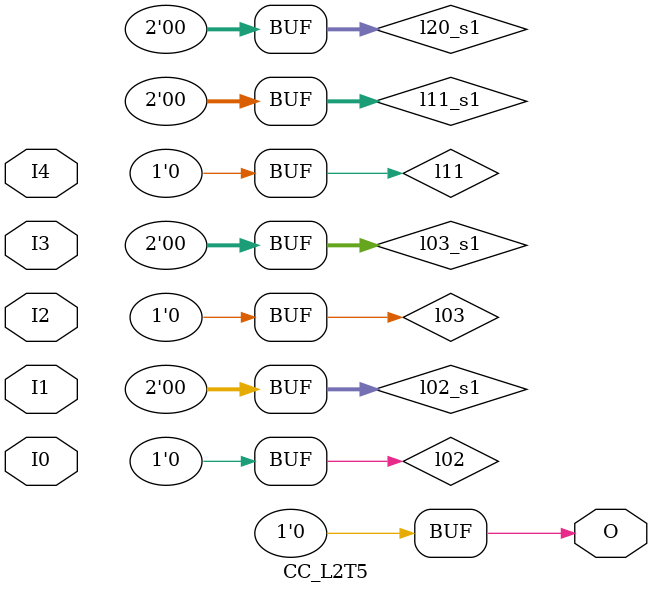
<source format=v>
/*
 *  yosys -- Yosys Open SYnthesis Suite
 *
 *  Copyright (C) 2021  Cologne Chip AG <support@colognechip.com>
 *
 *  Permission to use, copy, modify, and/or distribute this software for any
 *  purpose with or without fee is hereby granted, provided that the above
 *  copyright notice and this permission notice appear in all copies.
 *
 *  THE SOFTWARE IS PROVIDED "AS IS" AND THE AUTHOR DISCLAIMS ALL WARRANTIES
 *  WITH REGARD TO THIS SOFTWARE INCLUDING ALL IMPLIED WARRANTIES OF
 *  MERCHANTABILITY AND FITNESS. IN NO EVENT SHALL THE AUTHOR BE LIABLE FOR
 *  ANY SPECIAL, DIRECT, INDIRECT, OR CONSEQUENTIAL DAMAGES OR ANY DAMAGES
 *  WHATSOEVER RESULTING FROM LOSS OF USE, DATA OR PROFITS, WHETHER IN AN
 *  ACTION OF CONTRACT, NEGLIGENCE OR OTHER TORTIOUS ACTION, ARISING OUT OF
 *  OR IN CONNECTION WITH THE USE OR PERFORMANCE OF THIS SOFTWARE.
 *
 */

`timescale 1ps/1ps

module CC_IBUF #(
	parameter PIN_NAME = "UNPLACED",
	parameter V_IO = "UNDEFINED",
	parameter [0:0] PULLUP = 1'bx,
	parameter [0:0] PULLDOWN = 1'bx,
	parameter [0:0] KEEPER = 1'bx,
	parameter [0:0] SCHMITT_TRIGGER = 1'bx,
	// IOSEL
	parameter [3:0] DELAY_IBF = 1'bx,
	parameter [0:0] FF_IBF = 1'bx
)(
	(* iopad_external_pin *)
	input  I,
	output Y
);
	assign Y = I;

endmodule


module CC_OBUF #(
	parameter PIN_NAME = "UNPLACED",
	parameter V_IO = "UNDEFINED",
	parameter DRIVE = "UNDEFINED",
	parameter SLEW = "UNDEFINED",
	// IOSEL
	parameter [3:0] DELAY_OBF = 1'bx,
	parameter [0:0] FF_OBF = 1'bx
)(
	input  A,
	(* iopad_external_pin *)
	output O
);
	assign O = A;

endmodule


module CC_TOBUF #(
	parameter PIN_NAME = "UNPLACED",
	parameter V_IO = "UNDEFINED",
	parameter DRIVE = "UNDEFINED",
	parameter SLEW = "UNDEFINED",
	parameter [0:0] PULLUP = 1'bx,
	parameter [0:0] PULLDOWN = 1'bx,
	parameter [0:0] KEEPER = 1'bx,
	// IOSEL
	parameter [3:0] DELAY_OBF = 1'bx,
	parameter [0:0] FF_OBF = 1'bx
)(
	input  A, T,
	(* iopad_external_pin *)
	output O
);
	assign O = T ? 1'bz : A;

endmodule


module CC_IOBUF #(
	parameter PIN_NAME = "UNPLACED",
	parameter V_IO = "UNDEFINED",
	parameter DRIVE = "UNDEFINED",
	parameter SLEW = "UNDEFINED",
	parameter [0:0] PULLUP = 1'bx,
	parameter [0:0] PULLDOWN = 1'bx,
	parameter [0:0] KEEPER = 1'bx,
	parameter [0:0] SCHMITT_TRIGGER = 1'bx,
	// IOSEL
	parameter [3:0] DELAY_IBF = 1'bx,
	parameter [3:0] DELAY_OBF = 1'bx,
	parameter [0:0] FF_IBF = 1'bx,
	parameter [0:0] FF_OBF = 1'bx
)(
	input  A, T,
	output Y,
	(* iopad_external_pin *)
	inout  IO
);
	assign IO = T ? 1'bz : A;
	assign Y = IO;

endmodule


module CC_LVDS_IBUF #(
	parameter PIN_NAME_P = "UNPLACED",
	parameter PIN_NAME_N = "UNPLACED",
	parameter V_IO = "UNDEFINED",
	parameter [0:0] LVDS_RTERM = 1'bx,
	// IOSEL
	parameter [3:0] DELAY_IBF = 1'bx,
	parameter [0:0] FF_IBF = 1'bx
)(
	(* iopad_external_pin *)
	input  I_P, I_N,
	output Y
);
	assign Y = I_P;

endmodule


module CC_LVDS_OBUF #(
	parameter PIN_NAME_P = "UNPLACED",
	parameter PIN_NAME_N = "UNPLACED",
	parameter V_IO = "UNDEFINED",
	parameter [0:0] LVDS_BOOST = 1'bx,
	// IOSEL
	parameter [3:0] DELAY_OBF = 1'bx,
	parameter [0:0] FF_OBF = 1'bx
)(
	input  A,
	(* iopad_external_pin *)
	output O_P, O_N
);
	assign O_P = A;
	assign O_N = ~A;

endmodule


module CC_LVDS_TOBUF #(
	parameter PIN_NAME_P = "UNPLACED",
	parameter PIN_NAME_N = "UNPLACED",
	parameter V_IO = "UNDEFINED",
	parameter [0:0] LVDS_BOOST = 1'bx,
	// IOSEL
	parameter [3:0] DELAY_OBF = 1'bx,
	parameter [0:0] FF_OBF = 1'bx
)(
	input  A, T,
	(* iopad_external_pin *)
	output O_P, O_N
);
	assign O_P = T ? 1'bz :  A;
	assign O_N = T ? 1'bz : ~A;

endmodule


module CC_LVDS_IOBUF #(
	parameter PIN_NAME_P = "UNPLACED",
	parameter PIN_NAME_N = "UNPLACED",
	parameter V_IO = "UNDEFINED",
	parameter [0:0] LVDS_RTERM = 1'bx,
	parameter [0:0] LVDS_BOOST = 1'bx,
	// IOSEL
	parameter [3:0] DELAY_IBF = 1'bx,
	parameter [3:0] DELAY_OBF = 1'bx,
	parameter [0:0] FF_IBF = 1'bx,
	parameter [0:0] FF_OBF = 1'bx
)(
	input  A, T,
	(* iopad_external_pin *)
	inout  IO_P, IO_N,
	output Y
);
	assign IO_P = T ? 1'bz :  A;
	assign IO_N = T ? 1'bz : ~A;
	assign Y = IO_P;

endmodule


module CC_IDDR #(
	parameter [0:0] CLK_INV = 1'b0
)(
	input D,
	(* clkbuf_sink *)
	input CLK,
	output reg Q0, Q1
);
	wire clk;
	assign clk = (CLK_INV) ? ~CLK : CLK;

	always @(posedge clk)
	begin
		Q0 <= D;
	end

	always @(negedge clk)
	begin
		Q1 <= D;
	end

endmodule


module CC_ODDR #(
	parameter [0:0] CLK_INV = 1'b0
)(
	input D0,
	input D1,
	(* clkbuf_sink *)
	input CLK,
	(* clkbuf_sink *)
	input DDR,
	output Q
);
	wire clk;
	assign clk = (CLK_INV) ? ~CLK : CLK;

	reg q0, q1;
	assign Q = (DDR) ? q0 : q1;

	always @(posedge clk)
	begin
		q0 <= D0;
	end

	always @(negedge clk)
	begin
		q1 <= D1;
	end

endmodule


module CC_DFF #(
	parameter [0:0] CLK_INV = 1'b0,
	parameter [0:0] EN_INV  = 1'b0,
	parameter [0:0] SR_INV  = 1'b0,
	parameter [0:0] SR_VAL  = 1'b0
)(
	input D,
	(* clkbuf_sink *)
	input CLK,
	input EN,
	input SR,
	output reg Q
);
	wire clk, en, sr;
	assign clk = (CLK_INV) ? ~CLK : CLK;
	assign en  = (EN_INV)  ?  ~EN :  EN;
	assign sr  = (SR_INV)  ?  ~SR :  SR;

	initial Q = 1'bX;

	always @(posedge clk or posedge sr)
	begin
		if (sr) begin
			Q <= SR_VAL;
		end
		else if (en) begin
			Q <= D;
		end
	end

endmodule


module CC_DLT #(
	parameter [0:0] G_INV = 1'b0,
	parameter [0:0] SR_INV = 1'b0,
	parameter [0:0] SR_VAL = 1'b0
)(
	input D,
	input G,
	input SR,
	output reg Q
);
	wire en, sr;
	assign en  = (G_INV) ? ~G : G;
	assign sr  = (SR_INV) ? ~SR : SR;

	initial Q = 1'bX;

	always @(*)
	begin
		if (sr) begin
			Q <= SR_VAL;
		end
		else if (en) begin
			Q <= D;
		end
	end

endmodule


module CC_LUT1 (
	output O,
	input  I0
);
	parameter [1:0] INIT = 0;

	assign O = I0 ? INIT[1] : INIT[0];

endmodule


module CC_LUT2 (
	output O,
	input  I0, I1
);
	parameter [3:0] INIT = 0;

	wire [1:0] s1 = I1 ? INIT[3:2] : INIT[1:0];
	assign O = I0 ? s1[1] : s1[0];

endmodule


module CC_LUT3 (
	output O,
	input  I0, I1, I2
);
	parameter [7:0] INIT = 0;

	wire [3:0] s2 = I2 ? INIT[7:4] : INIT[3:0];
	wire [1:0] s1 = I1 ? s2[3:2] : s2[1:0];
	assign O = I0 ? s1[1] : s1[0];

endmodule


module CC_LUT4 (
	output O,
	input  I0, I1, I2, I3
);
	parameter [15:0] INIT = 0;

	wire [7:0] s3 = I3 ? INIT[15:8] : INIT[7:0];
	wire [3:0] s2 = I2 ? s3[7:4] : s3[3:0];
	wire [1:0] s1 = I1 ? s2[3:2] : s2[1:0];
	assign O = I0 ? s1[1] : s1[0];

endmodule


module CC_MX2 (
	input  D0, D1,
	input  S0,
	output Y
);
	assign Y = S0 ? D1 : D0;

endmodule


module CC_MX4 (
	input  D0, D1, D2, D3,
	input  S0, S1,
	output Y
);
	assign Y = S1 ? (S0 ? D3 : D2) :
					(S0 ? D1 : D0);

endmodule


module CC_MX8 (
	input  D0, D1, D2, D3,
	input  D4, D5, D6, D7,
	input  S0, S1, S2,
	output Y
);
	assign Y = S2 ? (S1 ? (S0 ? D7 : D6) :
						  (S0 ? D5 : D4)) :
					(S1 ? (S0 ? D3 : D2) :
						  (S0 ? D1 : D0));

endmodule


module CC_ADDF (
	input  A, B, CI,
	output CO, S
);
	assign {CO, S} = A + B + CI;

endmodule


module CC_MULT #(
	parameter A_WIDTH = 0,
	parameter B_WIDTH = 0,
	parameter P_WIDTH = 0
)(
	input signed [A_WIDTH-1:0] A,
	input signed [B_WIDTH-1:0] B,
	output reg signed [P_WIDTH-1:0] P
);
	always @(*)
	begin
		P <= A * B;
	end
endmodule


module CC_BUFG (
	input  I,
	(* clkbuf_driver *)
	output O
);
	assign O = I;

endmodule


module CC_BRAM_20K (
	output [19:0] A_DO,
	output [19:0] B_DO,
	output ECC_1B_ERR,
	output ECC_2B_ERR,
	(* clkbuf_sink *)
	input A_CLK,
	(* clkbuf_sink *)
	input B_CLK,
	input A_EN,
	input B_EN,
	input A_WE,
	input B_WE,
	input [15:0] A_ADDR,
	input [15:0] B_ADDR,
	input [19:0] A_DI,
	input [19:0] B_DI,
	input [19:0] A_BM,
	input [19:0] B_BM
);
	// Location format: D(0..N-1)(0..N-1)X(0..3)Y(0..7)Z(0..1) or UNPLACED
	parameter LOC = "UNPLACED";

	// Port Widths
	parameter A_RD_WIDTH = 0;
	parameter B_RD_WIDTH = 0;
	parameter A_WR_WIDTH = 0;
	parameter B_WR_WIDTH = 0;

	// RAM and Write Modes
	parameter RAM_MODE = "SDP";
	parameter A_WR_MODE = "NO_CHANGE";
	parameter B_WR_MODE = "NO_CHANGE";

	// Inverting Control Pins
	parameter A_CLK_INV = 1'b0;
	parameter B_CLK_INV = 1'b0;
	parameter A_EN_INV = 1'b0;
	parameter B_EN_INV = 1'b0;
	parameter A_WE_INV = 1'b0;
	parameter B_WE_INV = 1'b0;

	// Output Register
	parameter A_DO_REG = 1'b0;
	parameter B_DO_REG = 1'b0;

	// Error Checking and Correction
	parameter ECC_EN = 1'b0;

	// RAM Contents
	parameter INIT_00 = 320'h00000000000000000000000000000000000000000000000000000000000000000000000000000000;
	parameter INIT_01 = 320'h00000000000000000000000000000000000000000000000000000000000000000000000000000000;
	parameter INIT_02 = 320'h00000000000000000000000000000000000000000000000000000000000000000000000000000000;
	parameter INIT_03 = 320'h00000000000000000000000000000000000000000000000000000000000000000000000000000000;
	parameter INIT_04 = 320'h00000000000000000000000000000000000000000000000000000000000000000000000000000000;
	parameter INIT_05 = 320'h00000000000000000000000000000000000000000000000000000000000000000000000000000000;
	parameter INIT_06 = 320'h00000000000000000000000000000000000000000000000000000000000000000000000000000000;
	parameter INIT_07 = 320'h00000000000000000000000000000000000000000000000000000000000000000000000000000000;
	parameter INIT_08 = 320'h00000000000000000000000000000000000000000000000000000000000000000000000000000000;
	parameter INIT_09 = 320'h00000000000000000000000000000000000000000000000000000000000000000000000000000000;
	parameter INIT_0A = 320'h00000000000000000000000000000000000000000000000000000000000000000000000000000000;
	parameter INIT_0B = 320'h00000000000000000000000000000000000000000000000000000000000000000000000000000000;
	parameter INIT_0C = 320'h00000000000000000000000000000000000000000000000000000000000000000000000000000000;
	parameter INIT_0D = 320'h00000000000000000000000000000000000000000000000000000000000000000000000000000000;
	parameter INIT_0E = 320'h00000000000000000000000000000000000000000000000000000000000000000000000000000000;
	parameter INIT_0F = 320'h00000000000000000000000000000000000000000000000000000000000000000000000000000000;
	parameter INIT_10 = 320'h00000000000000000000000000000000000000000000000000000000000000000000000000000000;
	parameter INIT_11 = 320'h00000000000000000000000000000000000000000000000000000000000000000000000000000000;
	parameter INIT_12 = 320'h00000000000000000000000000000000000000000000000000000000000000000000000000000000;
	parameter INIT_13 = 320'h00000000000000000000000000000000000000000000000000000000000000000000000000000000;
	parameter INIT_14 = 320'h00000000000000000000000000000000000000000000000000000000000000000000000000000000;
	parameter INIT_15 = 320'h00000000000000000000000000000000000000000000000000000000000000000000000000000000;
	parameter INIT_16 = 320'h00000000000000000000000000000000000000000000000000000000000000000000000000000000;
	parameter INIT_17 = 320'h00000000000000000000000000000000000000000000000000000000000000000000000000000000;
	parameter INIT_18 = 320'h00000000000000000000000000000000000000000000000000000000000000000000000000000000;
	parameter INIT_19 = 320'h00000000000000000000000000000000000000000000000000000000000000000000000000000000;
	parameter INIT_1A = 320'h00000000000000000000000000000000000000000000000000000000000000000000000000000000;
	parameter INIT_1B = 320'h00000000000000000000000000000000000000000000000000000000000000000000000000000000;
	parameter INIT_1C = 320'h00000000000000000000000000000000000000000000000000000000000000000000000000000000;
	parameter INIT_1D = 320'h00000000000000000000000000000000000000000000000000000000000000000000000000000000;
	parameter INIT_1E = 320'h00000000000000000000000000000000000000000000000000000000000000000000000000000000;
	parameter INIT_1F = 320'h00000000000000000000000000000000000000000000000000000000000000000000000000000000;
	parameter INIT_20 = 320'h00000000000000000000000000000000000000000000000000000000000000000000000000000000;
	parameter INIT_21 = 320'h00000000000000000000000000000000000000000000000000000000000000000000000000000000;
	parameter INIT_22 = 320'h00000000000000000000000000000000000000000000000000000000000000000000000000000000;
	parameter INIT_23 = 320'h00000000000000000000000000000000000000000000000000000000000000000000000000000000;
	parameter INIT_24 = 320'h00000000000000000000000000000000000000000000000000000000000000000000000000000000;
	parameter INIT_25 = 320'h00000000000000000000000000000000000000000000000000000000000000000000000000000000;
	parameter INIT_26 = 320'h00000000000000000000000000000000000000000000000000000000000000000000000000000000;
	parameter INIT_27 = 320'h00000000000000000000000000000000000000000000000000000000000000000000000000000000;
	parameter INIT_28 = 320'h00000000000000000000000000000000000000000000000000000000000000000000000000000000;
	parameter INIT_29 = 320'h00000000000000000000000000000000000000000000000000000000000000000000000000000000;
	parameter INIT_2A = 320'h00000000000000000000000000000000000000000000000000000000000000000000000000000000;
	parameter INIT_2B = 320'h00000000000000000000000000000000000000000000000000000000000000000000000000000000;
	parameter INIT_2C = 320'h00000000000000000000000000000000000000000000000000000000000000000000000000000000;
	parameter INIT_2D = 320'h00000000000000000000000000000000000000000000000000000000000000000000000000000000;
	parameter INIT_2E = 320'h00000000000000000000000000000000000000000000000000000000000000000000000000000000;
	parameter INIT_2F = 320'h00000000000000000000000000000000000000000000000000000000000000000000000000000000;
	parameter INIT_30 = 320'h00000000000000000000000000000000000000000000000000000000000000000000000000000000;
	parameter INIT_31 = 320'h00000000000000000000000000000000000000000000000000000000000000000000000000000000;
	parameter INIT_32 = 320'h00000000000000000000000000000000000000000000000000000000000000000000000000000000;
	parameter INIT_33 = 320'h00000000000000000000000000000000000000000000000000000000000000000000000000000000;
	parameter INIT_34 = 320'h00000000000000000000000000000000000000000000000000000000000000000000000000000000;
	parameter INIT_35 = 320'h00000000000000000000000000000000000000000000000000000000000000000000000000000000;
	parameter INIT_36 = 320'h00000000000000000000000000000000000000000000000000000000000000000000000000000000;
	parameter INIT_37 = 320'h00000000000000000000000000000000000000000000000000000000000000000000000000000000;
	parameter INIT_38 = 320'h00000000000000000000000000000000000000000000000000000000000000000000000000000000;
	parameter INIT_39 = 320'h00000000000000000000000000000000000000000000000000000000000000000000000000000000;
	parameter INIT_3A = 320'h00000000000000000000000000000000000000000000000000000000000000000000000000000000;
	parameter INIT_3B = 320'h00000000000000000000000000000000000000000000000000000000000000000000000000000000;
	parameter INIT_3C = 320'h00000000000000000000000000000000000000000000000000000000000000000000000000000000;
	parameter INIT_3D = 320'h00000000000000000000000000000000000000000000000000000000000000000000000000000000;
	parameter INIT_3E = 320'h00000000000000000000000000000000000000000000000000000000000000000000000000000000;
	parameter INIT_3F = 320'h00000000000000000000000000000000000000000000000000000000000000000000000000000000;

	localparam WIDTH_MODE_A = (A_RD_WIDTH > A_WR_WIDTH) ? A_RD_WIDTH : A_WR_WIDTH;
	localparam WIDTH_MODE_B = (B_RD_WIDTH > B_WR_WIDTH) ? B_RD_WIDTH : B_WR_WIDTH;

	integer i, k;

	// 512 x 40 bit
	reg [20479:0] memory = 20480'b0;

	initial begin
		// Check parameters
		if ((RAM_MODE != "SDP") && (RAM_MODE != "TDP")) begin
			$display("ERROR: Illegal RAM MODE %d.", RAM_MODE);
			$finish();
		end
		if ((A_WR_MODE != "WRITE_THROUGH") && (A_WR_MODE != "NO_CHANGE")) begin
			$display("ERROR: Illegal RAM MODE %d.", RAM_MODE);
			$finish();
		end
		if ((RAM_MODE == "SDP") && (A_WR_MODE == "WRITE_THROUGH")) begin
			$display("ERROR: %s is not supported in %s mode.", A_WR_MODE, RAM_MODE);
			$finish();
		end
		if (ECC_EN != 1'b0) begin
			$display("WARNING: ECC feature not supported in simulation.");
		end
		if ((ECC_EN == 1'b1) && (RAM_MODE != "SDP") && (WIDTH_MODE_A != 40)) begin
			$display("ERROR: Illegal ECC Port configuration. Must be SDP 40 bit, but is %s %d.", RAM_MODE, WIDTH_MODE_A);
			$finish();
		end
		if ((WIDTH_MODE_A == 40) && (RAM_MODE == "TDP")) begin
			$display("ERROR: Port A width of 40 bits is only supported in SDP mode.");
			$finish();
		end
		if ((WIDTH_MODE_B == 40) && (RAM_MODE == "TDP")) begin
			$display("ERROR: Port B width of 40 bits is only supported in SDP mode.");
			$finish();
		end
		if ((WIDTH_MODE_A != 40) && (WIDTH_MODE_A != 20) && (WIDTH_MODE_A != 10) &&
			(WIDTH_MODE_A != 5)  && (WIDTH_MODE_A != 2)  && (WIDTH_MODE_A != 1) && (WIDTH_MODE_A != 0)) begin
			$display("ERROR: Illegal %s Port A width configuration %d.", RAM_MODE, WIDTH_MODE_A);
			$finish();
		end
		if ((WIDTH_MODE_B != 40) && (WIDTH_MODE_B != 20) && (WIDTH_MODE_B != 10) &&
			(WIDTH_MODE_B != 5)  && (WIDTH_MODE_B != 2)  && (WIDTH_MODE_B != 1) && (WIDTH_MODE_B != 0)) begin
			$display("ERROR: Illegal %s Port B width configuration %d.", RAM_MODE, WIDTH_MODE_B);
			$finish();
		end
		// RAM initialization
		memory[320*0+319:320*0]   = INIT_00;
		memory[320*1+319:320*1]   = INIT_01;
		memory[320*2+319:320*2]   = INIT_02;
		memory[320*3+319:320*3]   = INIT_03;
		memory[320*4+319:320*4]   = INIT_04;
		memory[320*5+319:320*5]   = INIT_05;
		memory[320*6+319:320*6]   = INIT_06;
		memory[320*7+319:320*7]   = INIT_07;
		memory[320*8+319:320*8]   = INIT_08;
		memory[320*9+319:320*9]   = INIT_09;
		memory[320*10+319:320*10] = INIT_0A;
		memory[320*11+319:320*11] = INIT_0B;
		memory[320*12+319:320*12] = INIT_0C;
		memory[320*13+319:320*13] = INIT_0D;
		memory[320*14+319:320*14] = INIT_0E;
		memory[320*15+319:320*15] = INIT_0F;
		memory[320*16+319:320*16] = INIT_10;
		memory[320*17+319:320*17] = INIT_11;
		memory[320*18+319:320*18] = INIT_12;
		memory[320*19+319:320*19] = INIT_13;
		memory[320*20+319:320*20] = INIT_14;
		memory[320*21+319:320*21] = INIT_15;
		memory[320*22+319:320*22] = INIT_16;
		memory[320*23+319:320*23] = INIT_17;
		memory[320*24+319:320*24] = INIT_18;
		memory[320*25+319:320*25] = INIT_19;
		memory[320*26+319:320*26] = INIT_1A;
		memory[320*27+319:320*27] = INIT_1B;
		memory[320*28+319:320*28] = INIT_1C;
		memory[320*29+319:320*29] = INIT_1D;
		memory[320*30+319:320*30] = INIT_1E;
		memory[320*31+319:320*31] = INIT_1F;
		memory[320*32+319:320*32] = INIT_20;
		memory[320*33+319:320*33] = INIT_21;
		memory[320*34+319:320*34] = INIT_22;
		memory[320*35+319:320*35] = INIT_23;
		memory[320*36+319:320*36] = INIT_24;
		memory[320*37+319:320*37] = INIT_25;
		memory[320*38+319:320*38] = INIT_26;
		memory[320*39+319:320*39] = INIT_27;
		memory[320*40+319:320*40] = INIT_28;
		memory[320*41+319:320*41] = INIT_29;
		memory[320*42+319:320*42] = INIT_2A;
		memory[320*43+319:320*43] = INIT_2B;
		memory[320*44+319:320*44] = INIT_2C;
		memory[320*45+319:320*45] = INIT_2D;
		memory[320*46+319:320*46] = INIT_2E;
		memory[320*47+319:320*47] = INIT_2F;
		memory[320*48+319:320*48] = INIT_30;
		memory[320*49+319:320*49] = INIT_31;
		memory[320*50+319:320*50] = INIT_32;
		memory[320*51+319:320*51] = INIT_33;
		memory[320*52+319:320*52] = INIT_34;
		memory[320*53+319:320*53] = INIT_35;
		memory[320*54+319:320*54] = INIT_36;
		memory[320*55+319:320*55] = INIT_37;
		memory[320*56+319:320*56] = INIT_38;
		memory[320*57+319:320*57] = INIT_39;
		memory[320*58+319:320*58] = INIT_3A;
		memory[320*59+319:320*59] = INIT_3B;
		memory[320*60+319:320*60] = INIT_3C;
		memory[320*61+319:320*61] = INIT_3D;
		memory[320*62+319:320*62] = INIT_3E;
		memory[320*63+319:320*63] = INIT_3F;
	end

	// Signal inversion
	wire clka = A_CLK_INV ^ A_CLK;
	wire clkb = B_CLK_INV ^ B_CLK;
	wire ena  = A_EN_INV ^ A_EN;
	wire enb  = B_EN_INV ^ B_EN;
	wire wea  = A_WE_INV ^ A_WE;
	wire web  = B_WE_INV ^ B_WE;

	// Internal signals
	wire [15:0] addra;
	wire [15:0] addrb;
	reg  [19:0] A_DO_out = 0, A_DO_reg = 0;
	reg  [19:0] B_DO_out = 0, B_DO_reg = 0;

	generate
		if (RAM_MODE == "SDP") begin
			// Port A (write)
			if (A_WR_WIDTH == 40) begin
				assign addra = A_ADDR[15:7]*40;
			end
			// Port B (read)
			if (B_RD_WIDTH == 40) begin
				assign addrb = B_ADDR[15:7]*40;
			end
		end
		else if (RAM_MODE == "TDP") begin
			// Port A
			if (WIDTH_MODE_A <= 1) begin
				wire [15:0] tmpa = {2'b0, A_ADDR[15:7], A_ADDR[5:1]};
				assign addra = tmpa + (tmpa/4);
			end
			else if (WIDTH_MODE_A <= 2) begin
				wire [15:0] tmpa = {3'b0, A_ADDR[15:7], A_ADDR[5:2]};
				assign addra = tmpa*2 + (tmpa/2);
			end
			else if (WIDTH_MODE_A <= 5) begin
				assign addra = {4'b0, A_ADDR[15:7], A_ADDR[5:3]}*5;
			end
			else if (WIDTH_MODE_A <= 10) begin
				assign addra = {5'b0, A_ADDR[15:7], A_ADDR[5:4]}*10;
			end
			else if (WIDTH_MODE_A <= 20) begin
				assign addra = {6'b0, A_ADDR[15:7], A_ADDR[5]}*20;
			end
			// Port B
			if (WIDTH_MODE_B <= 1) begin
				wire [15:0] tmpb = {2'b0, B_ADDR[15:7], B_ADDR[5:1]};
				assign addrb = tmpb + (tmpb/4);
			end
			else if (WIDTH_MODE_B <= 2) begin
				wire [15:0] tmpb = {3'b0, B_ADDR[15:7], B_ADDR[5:2]};
				assign addrb = tmpb*2 + (tmpb/2);
			end
			else if (WIDTH_MODE_B <= 5) begin
				assign addrb = {4'b0, B_ADDR[15:7], B_ADDR[5:3]}*5;
			end
			else if (WIDTH_MODE_B <= 10) begin
				assign addrb = {5'b0, B_ADDR[15:7], B_ADDR[5:4]}*10;
			end
			else if (WIDTH_MODE_B <= 20) begin
				assign addrb = {6'b0, B_ADDR[15:7], B_ADDR[5]}*20;
			end
		end
	endgenerate

	generate
		if (RAM_MODE == "SDP") begin
			// SDP write port
			always @(posedge clka)
			begin
				for (k=0; k < A_WR_WIDTH; k=k+1) begin
					if (k < 20) begin
						if (ena && wea && A_BM[k]) memory[addra+k] <= A_DI[k];
					end
					else begin // use both ports
						if (ena && wea && B_BM[k-20]) memory[addra+k] <= B_DI[k-20];
					end
				end
			end
			// SDP read port
			always @(posedge clkb)
			begin
				// "NO_CHANGE" only
				for (k=0; k < B_RD_WIDTH; k=k+1) begin
					if (k < 20) begin
						if (enb && !wea) A_DO_out[k] <= memory[addrb+k];
					end
					else begin // use both ports
						if (enb && !wea) B_DO_out[k-20] <= memory[addrb+k];
					end
				end
			end
		end
		else if (RAM_MODE == "TDP") begin
			// TDP port A
			always @(posedge clka)
			begin
				for (i=0; i < WIDTH_MODE_A; i=i+1) begin
					if (ena && wea && A_BM[i]) memory[addra+i] <= A_DI[i];

					if (A_WR_MODE == "NO_CHANGE") begin
						if (ena && !wea) A_DO_out[i] <= memory[addra+i];
					end
					else if (A_WR_MODE == "WRITE_THROUGH") begin
						if (ena) begin
							if (wea && A_BM[i]) begin
								A_DO_out[i] <= A_DI[i];
							end
							else begin
								A_DO_out[i] <= memory[addra+i];
							end
						end
					end
				end
			end
			// TDP port B
			always @(posedge clkb)
			begin
				for (i=0; i < WIDTH_MODE_B; i=i+1) begin
					if (enb && web && B_BM[i]) memory[addrb+i] <= B_DI[i];

					if (B_WR_MODE == "NO_CHANGE") begin
						if (enb && !web) B_DO_out[i] <= memory[addrb+i];
					end
					else if (B_WR_MODE == "WRITE_THROUGH") begin
						if (enb) begin
							if (web && B_BM[i]) begin
								B_DO_out[i] <= B_DI[i];
							end
							else begin
								B_DO_out[i] <= memory[addrb+i];
							end
						end
					end
				end
			end
		end
	endgenerate

	// Optional output register
	generate
		if (A_DO_REG) begin
			always @(posedge clka) begin
				A_DO_reg <= A_DO_out;
			end
			assign A_DO = A_DO_reg;
		end
		else begin
			assign A_DO = A_DO_out;
		end
		if (B_DO_REG) begin
			always @(posedge clkb) begin
				B_DO_reg <= B_DO_out;
			end
			assign B_DO = B_DO_reg;
		end
		else begin
			assign B_DO = B_DO_out;
		end
	endgenerate
endmodule


module CC_BRAM_40K (
	output [39:0] A_DO,
	output [39:0] B_DO,
	output A_ECC_1B_ERR,
	output B_ECC_1B_ERR,
	output A_ECC_2B_ERR,
	output B_ECC_2B_ERR,
	output reg A_CO = 0,
	output reg B_CO = 0,
	(* clkbuf_sink *)
	input A_CLK,
	(* clkbuf_sink *)
	input B_CLK,
	input A_EN,
	input B_EN,
	input A_WE,
	input B_WE,
	input [15:0] A_ADDR,
	input [15:0] B_ADDR,
	input [39:0] A_DI,
	input [39:0] B_DI,
	input [39:0] A_BM,
	input [39:0] B_BM,
	input A_CI,
	input B_CI
);
	// Location format: D(0..N-1)X(0..3)Y(0..7) or UNPLACED
	parameter LOC = "UNPLACED";
	parameter CAS = "NONE"; // NONE, UPPER, LOWER

	// Port Widths
	parameter A_RD_WIDTH = 0;
	parameter B_RD_WIDTH = 0;
	parameter A_WR_WIDTH = 0;
	parameter B_WR_WIDTH = 0;

	// RAM and Write Modes
	parameter RAM_MODE = "SDP";
	parameter A_WR_MODE = "NO_CHANGE";
	parameter B_WR_MODE = "NO_CHANGE";

	// Inverting Control Pins
	parameter A_CLK_INV = 1'b0;
	parameter B_CLK_INV = 1'b0;
	parameter A_EN_INV = 1'b0;
	parameter B_EN_INV = 1'b0;
	parameter A_WE_INV = 1'b0;
	parameter B_WE_INV = 1'b0;

	// Output Register
	parameter A_DO_REG = 1'b0;
	parameter B_DO_REG = 1'b0;

	// Error Checking and Correction
	parameter A_ECC_EN  = 1'b0;
	parameter B_ECC_EN  = 1'b0;

	parameter INIT_00 = 320'h00000000000000000000000000000000000000000000000000000000000000000000000000000000;
	parameter INIT_01 = 320'h00000000000000000000000000000000000000000000000000000000000000000000000000000000;
	parameter INIT_02 = 320'h00000000000000000000000000000000000000000000000000000000000000000000000000000000;
	parameter INIT_03 = 320'h00000000000000000000000000000000000000000000000000000000000000000000000000000000;
	parameter INIT_04 = 320'h00000000000000000000000000000000000000000000000000000000000000000000000000000000;
	parameter INIT_05 = 320'h00000000000000000000000000000000000000000000000000000000000000000000000000000000;
	parameter INIT_06 = 320'h00000000000000000000000000000000000000000000000000000000000000000000000000000000;
	parameter INIT_07 = 320'h00000000000000000000000000000000000000000000000000000000000000000000000000000000;
	parameter INIT_08 = 320'h00000000000000000000000000000000000000000000000000000000000000000000000000000000;
	parameter INIT_09 = 320'h00000000000000000000000000000000000000000000000000000000000000000000000000000000;
	parameter INIT_0A = 320'h00000000000000000000000000000000000000000000000000000000000000000000000000000000;
	parameter INIT_0B = 320'h00000000000000000000000000000000000000000000000000000000000000000000000000000000;
	parameter INIT_0C = 320'h00000000000000000000000000000000000000000000000000000000000000000000000000000000;
	parameter INIT_0D = 320'h00000000000000000000000000000000000000000000000000000000000000000000000000000000;
	parameter INIT_0E = 320'h00000000000000000000000000000000000000000000000000000000000000000000000000000000;
	parameter INIT_0F = 320'h00000000000000000000000000000000000000000000000000000000000000000000000000000000;
	parameter INIT_10 = 320'h00000000000000000000000000000000000000000000000000000000000000000000000000000000;
	parameter INIT_11 = 320'h00000000000000000000000000000000000000000000000000000000000000000000000000000000;
	parameter INIT_12 = 320'h00000000000000000000000000000000000000000000000000000000000000000000000000000000;
	parameter INIT_13 = 320'h00000000000000000000000000000000000000000000000000000000000000000000000000000000;
	parameter INIT_14 = 320'h00000000000000000000000000000000000000000000000000000000000000000000000000000000;
	parameter INIT_15 = 320'h00000000000000000000000000000000000000000000000000000000000000000000000000000000;
	parameter INIT_16 = 320'h00000000000000000000000000000000000000000000000000000000000000000000000000000000;
	parameter INIT_17 = 320'h00000000000000000000000000000000000000000000000000000000000000000000000000000000;
	parameter INIT_18 = 320'h00000000000000000000000000000000000000000000000000000000000000000000000000000000;
	parameter INIT_19 = 320'h00000000000000000000000000000000000000000000000000000000000000000000000000000000;
	parameter INIT_1A = 320'h00000000000000000000000000000000000000000000000000000000000000000000000000000000;
	parameter INIT_1B = 320'h00000000000000000000000000000000000000000000000000000000000000000000000000000000;
	parameter INIT_1C = 320'h00000000000000000000000000000000000000000000000000000000000000000000000000000000;
	parameter INIT_1D = 320'h00000000000000000000000000000000000000000000000000000000000000000000000000000000;
	parameter INIT_1E = 320'h00000000000000000000000000000000000000000000000000000000000000000000000000000000;
	parameter INIT_1F = 320'h00000000000000000000000000000000000000000000000000000000000000000000000000000000;
	parameter INIT_20 = 320'h00000000000000000000000000000000000000000000000000000000000000000000000000000000;
	parameter INIT_21 = 320'h00000000000000000000000000000000000000000000000000000000000000000000000000000000;
	parameter INIT_22 = 320'h00000000000000000000000000000000000000000000000000000000000000000000000000000000;
	parameter INIT_23 = 320'h00000000000000000000000000000000000000000000000000000000000000000000000000000000;
	parameter INIT_24 = 320'h00000000000000000000000000000000000000000000000000000000000000000000000000000000;
	parameter INIT_25 = 320'h00000000000000000000000000000000000000000000000000000000000000000000000000000000;
	parameter INIT_26 = 320'h00000000000000000000000000000000000000000000000000000000000000000000000000000000;
	parameter INIT_27 = 320'h00000000000000000000000000000000000000000000000000000000000000000000000000000000;
	parameter INIT_28 = 320'h00000000000000000000000000000000000000000000000000000000000000000000000000000000;
	parameter INIT_29 = 320'h00000000000000000000000000000000000000000000000000000000000000000000000000000000;
	parameter INIT_2A = 320'h00000000000000000000000000000000000000000000000000000000000000000000000000000000;
	parameter INIT_2B = 320'h00000000000000000000000000000000000000000000000000000000000000000000000000000000;
	parameter INIT_2C = 320'h00000000000000000000000000000000000000000000000000000000000000000000000000000000;
	parameter INIT_2D = 320'h00000000000000000000000000000000000000000000000000000000000000000000000000000000;
	parameter INIT_2E = 320'h00000000000000000000000000000000000000000000000000000000000000000000000000000000;
	parameter INIT_2F = 320'h00000000000000000000000000000000000000000000000000000000000000000000000000000000;
	parameter INIT_30 = 320'h00000000000000000000000000000000000000000000000000000000000000000000000000000000;
	parameter INIT_31 = 320'h00000000000000000000000000000000000000000000000000000000000000000000000000000000;
	parameter INIT_32 = 320'h00000000000000000000000000000000000000000000000000000000000000000000000000000000;
	parameter INIT_33 = 320'h00000000000000000000000000000000000000000000000000000000000000000000000000000000;
	parameter INIT_34 = 320'h00000000000000000000000000000000000000000000000000000000000000000000000000000000;
	parameter INIT_35 = 320'h00000000000000000000000000000000000000000000000000000000000000000000000000000000;
	parameter INIT_36 = 320'h00000000000000000000000000000000000000000000000000000000000000000000000000000000;
	parameter INIT_37 = 320'h00000000000000000000000000000000000000000000000000000000000000000000000000000000;
	parameter INIT_38 = 320'h00000000000000000000000000000000000000000000000000000000000000000000000000000000;
	parameter INIT_39 = 320'h00000000000000000000000000000000000000000000000000000000000000000000000000000000;
	parameter INIT_3A = 320'h00000000000000000000000000000000000000000000000000000000000000000000000000000000;
	parameter INIT_3B = 320'h00000000000000000000000000000000000000000000000000000000000000000000000000000000;
	parameter INIT_3C = 320'h00000000000000000000000000000000000000000000000000000000000000000000000000000000;
	parameter INIT_3D = 320'h00000000000000000000000000000000000000000000000000000000000000000000000000000000;
	parameter INIT_3E = 320'h00000000000000000000000000000000000000000000000000000000000000000000000000000000;
	parameter INIT_3F = 320'h00000000000000000000000000000000000000000000000000000000000000000000000000000000;
	parameter INIT_40 = 320'h00000000000000000000000000000000000000000000000000000000000000000000000000000000;
	parameter INIT_41 = 320'h00000000000000000000000000000000000000000000000000000000000000000000000000000000;
	parameter INIT_42 = 320'h00000000000000000000000000000000000000000000000000000000000000000000000000000000;
	parameter INIT_43 = 320'h00000000000000000000000000000000000000000000000000000000000000000000000000000000;
	parameter INIT_44 = 320'h00000000000000000000000000000000000000000000000000000000000000000000000000000000;
	parameter INIT_45 = 320'h00000000000000000000000000000000000000000000000000000000000000000000000000000000;
	parameter INIT_46 = 320'h00000000000000000000000000000000000000000000000000000000000000000000000000000000;
	parameter INIT_47 = 320'h00000000000000000000000000000000000000000000000000000000000000000000000000000000;
	parameter INIT_48 = 320'h00000000000000000000000000000000000000000000000000000000000000000000000000000000;
	parameter INIT_49 = 320'h00000000000000000000000000000000000000000000000000000000000000000000000000000000;
	parameter INIT_4A = 320'h00000000000000000000000000000000000000000000000000000000000000000000000000000000;
	parameter INIT_4B = 320'h00000000000000000000000000000000000000000000000000000000000000000000000000000000;
	parameter INIT_4C = 320'h00000000000000000000000000000000000000000000000000000000000000000000000000000000;
	parameter INIT_4D = 320'h00000000000000000000000000000000000000000000000000000000000000000000000000000000;
	parameter INIT_4E = 320'h00000000000000000000000000000000000000000000000000000000000000000000000000000000;
	parameter INIT_4F = 320'h00000000000000000000000000000000000000000000000000000000000000000000000000000000;
	parameter INIT_50 = 320'h00000000000000000000000000000000000000000000000000000000000000000000000000000000;
	parameter INIT_51 = 320'h00000000000000000000000000000000000000000000000000000000000000000000000000000000;
	parameter INIT_52 = 320'h00000000000000000000000000000000000000000000000000000000000000000000000000000000;
	parameter INIT_53 = 320'h00000000000000000000000000000000000000000000000000000000000000000000000000000000;
	parameter INIT_54 = 320'h00000000000000000000000000000000000000000000000000000000000000000000000000000000;
	parameter INIT_55 = 320'h00000000000000000000000000000000000000000000000000000000000000000000000000000000;
	parameter INIT_56 = 320'h00000000000000000000000000000000000000000000000000000000000000000000000000000000;
	parameter INIT_57 = 320'h00000000000000000000000000000000000000000000000000000000000000000000000000000000;
	parameter INIT_58 = 320'h00000000000000000000000000000000000000000000000000000000000000000000000000000000;
	parameter INIT_59 = 320'h00000000000000000000000000000000000000000000000000000000000000000000000000000000;
	parameter INIT_5A = 320'h00000000000000000000000000000000000000000000000000000000000000000000000000000000;
	parameter INIT_5B = 320'h00000000000000000000000000000000000000000000000000000000000000000000000000000000;
	parameter INIT_5C = 320'h00000000000000000000000000000000000000000000000000000000000000000000000000000000;
	parameter INIT_5D = 320'h00000000000000000000000000000000000000000000000000000000000000000000000000000000;
	parameter INIT_5E = 320'h00000000000000000000000000000000000000000000000000000000000000000000000000000000;
	parameter INIT_5F = 320'h00000000000000000000000000000000000000000000000000000000000000000000000000000000;
	parameter INIT_60 = 320'h00000000000000000000000000000000000000000000000000000000000000000000000000000000;
	parameter INIT_61 = 320'h00000000000000000000000000000000000000000000000000000000000000000000000000000000;
	parameter INIT_62 = 320'h00000000000000000000000000000000000000000000000000000000000000000000000000000000;
	parameter INIT_63 = 320'h00000000000000000000000000000000000000000000000000000000000000000000000000000000;
	parameter INIT_64 = 320'h00000000000000000000000000000000000000000000000000000000000000000000000000000000;
	parameter INIT_65 = 320'h00000000000000000000000000000000000000000000000000000000000000000000000000000000;
	parameter INIT_66 = 320'h00000000000000000000000000000000000000000000000000000000000000000000000000000000;
	parameter INIT_67 = 320'h00000000000000000000000000000000000000000000000000000000000000000000000000000000;
	parameter INIT_68 = 320'h00000000000000000000000000000000000000000000000000000000000000000000000000000000;
	parameter INIT_69 = 320'h00000000000000000000000000000000000000000000000000000000000000000000000000000000;
	parameter INIT_6A = 320'h00000000000000000000000000000000000000000000000000000000000000000000000000000000;
	parameter INIT_6B = 320'h00000000000000000000000000000000000000000000000000000000000000000000000000000000;
	parameter INIT_6C = 320'h00000000000000000000000000000000000000000000000000000000000000000000000000000000;
	parameter INIT_6D = 320'h00000000000000000000000000000000000000000000000000000000000000000000000000000000;
	parameter INIT_6E = 320'h00000000000000000000000000000000000000000000000000000000000000000000000000000000;
	parameter INIT_6F = 320'h00000000000000000000000000000000000000000000000000000000000000000000000000000000;
	parameter INIT_70 = 320'h00000000000000000000000000000000000000000000000000000000000000000000000000000000;
	parameter INIT_71 = 320'h00000000000000000000000000000000000000000000000000000000000000000000000000000000;
	parameter INIT_72 = 320'h00000000000000000000000000000000000000000000000000000000000000000000000000000000;
	parameter INIT_73 = 320'h00000000000000000000000000000000000000000000000000000000000000000000000000000000;
	parameter INIT_74 = 320'h00000000000000000000000000000000000000000000000000000000000000000000000000000000;
	parameter INIT_75 = 320'h00000000000000000000000000000000000000000000000000000000000000000000000000000000;
	parameter INIT_76 = 320'h00000000000000000000000000000000000000000000000000000000000000000000000000000000;
	parameter INIT_77 = 320'h00000000000000000000000000000000000000000000000000000000000000000000000000000000;
	parameter INIT_78 = 320'h00000000000000000000000000000000000000000000000000000000000000000000000000000000;
	parameter INIT_79 = 320'h00000000000000000000000000000000000000000000000000000000000000000000000000000000;
	parameter INIT_7A = 320'h00000000000000000000000000000000000000000000000000000000000000000000000000000000;
	parameter INIT_7B = 320'h00000000000000000000000000000000000000000000000000000000000000000000000000000000;
	parameter INIT_7C = 320'h00000000000000000000000000000000000000000000000000000000000000000000000000000000;
	parameter INIT_7D = 320'h00000000000000000000000000000000000000000000000000000000000000000000000000000000;
	parameter INIT_7E = 320'h00000000000000000000000000000000000000000000000000000000000000000000000000000000;
	parameter INIT_7F = 320'h00000000000000000000000000000000000000000000000000000000000000000000000000000000;

	localparam WIDTH_MODE_A = (A_RD_WIDTH > A_WR_WIDTH) ? A_RD_WIDTH : A_WR_WIDTH;
	localparam WIDTH_MODE_B = (B_RD_WIDTH > B_WR_WIDTH) ? B_RD_WIDTH : B_WR_WIDTH;

	integer i, k;

	// 512 x 80 bit
	reg [40959:0] memory = 40960'b0;

	initial begin
		// Check parameters
		if ((RAM_MODE != "SDP") && (RAM_MODE != "TDP")) begin
			$display("ERROR: Illegal RAM MODE %d.", RAM_MODE);
			$finish();
		end
		if ((A_WR_MODE != "WRITE_THROUGH") && (A_WR_MODE != "NO_CHANGE")) begin
			$display("ERROR: Illegal RAM MODE %d.", RAM_MODE);
			$finish();
		end
		if ((RAM_MODE == "SDP") && (A_WR_MODE == "WRITE_THROUGH")) begin
			$display("ERROR: %s is not supported in %s mode.", A_WR_MODE, RAM_MODE);
			$finish();
		end
		if ((A_ECC_EN != 1'b0) || (B_ECC_EN != 1'b0)) begin
			$display("WARNING: ECC feature not supported in simulation.");
		end
		if ((A_ECC_EN == 1'b1) && (RAM_MODE != "SDP") && (WIDTH_MODE_A != 40)) begin
			$display("ERROR: Illegal ECC Port A configuration. Must be SDP 40 bit, but is %s %d.", RAM_MODE, WIDTH_MODE_A);
			$finish();
		end
		if ((WIDTH_MODE_A == 80) && (RAM_MODE == "TDP")) begin
			$display("ERROR: Port A width of 80 bits is only supported in SDP mode.");
			$finish();
		end
		if ((WIDTH_MODE_B == 80) && (RAM_MODE == "TDP")) begin
			$display("ERROR: Port B width of 80 bits is only supported in SDP mode.");
			$finish();
		end
		if ((WIDTH_MODE_A != 80) && (WIDTH_MODE_A != 40) && (WIDTH_MODE_A != 20) && (WIDTH_MODE_A != 10) &&
			(WIDTH_MODE_A != 5)  && (WIDTH_MODE_A != 2)  && (WIDTH_MODE_A != 1) && (WIDTH_MODE_A != 0)) begin
			$display("ERROR: Illegal %s Port A width configuration %d.", RAM_MODE, WIDTH_MODE_A);
			$finish();
		end
		if ((WIDTH_MODE_B != 80) && (WIDTH_MODE_B != 40) && (WIDTH_MODE_B != 20) && (WIDTH_MODE_B != 10) &&
			(WIDTH_MODE_B != 5)  && (WIDTH_MODE_B != 2)  && (WIDTH_MODE_B != 1) && (WIDTH_MODE_B != 0)) begin
			$display("ERROR: Illegal %s Port B width configuration %d.", RAM_MODE, WIDTH_MODE_B);
			$finish();
		end
		if ((CAS != "NONE") && ((WIDTH_MODE_A > 1) || (WIDTH_MODE_B > 1))) begin
			$display("ERROR: Cascade feature only supported in 1 bit data width mode.");
			$finish();
		end
		if ((CAS != "NONE") && (RAM_MODE != "TDP")) begin
			$display("ERROR: Cascade feature only supported in TDP mode.");
			$finish();
		end
		// RAM initialization
		memory[320*0+319:320*0]     = INIT_00;
		memory[320*1+319:320*1]     = INIT_01;
		memory[320*2+319:320*2]     = INIT_02;
		memory[320*3+319:320*3]     = INIT_03;
		memory[320*4+319:320*4]     = INIT_04;
		memory[320*5+319:320*5]     = INIT_05;
		memory[320*6+319:320*6]     = INIT_06;
		memory[320*7+319:320*7]     = INIT_07;
		memory[320*8+319:320*8]     = INIT_08;
		memory[320*9+319:320*9]     = INIT_09;
		memory[320*10+319:320*10]   = INIT_0A;
		memory[320*11+319:320*11]   = INIT_0B;
		memory[320*12+319:320*12]   = INIT_0C;
		memory[320*13+319:320*13]   = INIT_0D;
		memory[320*14+319:320*14]   = INIT_0E;
		memory[320*15+319:320*15]   = INIT_0F;
		memory[320*16+319:320*16]   = INIT_10;
		memory[320*17+319:320*17]   = INIT_11;
		memory[320*18+319:320*18]   = INIT_12;
		memory[320*19+319:320*19]   = INIT_13;
		memory[320*20+319:320*20]   = INIT_14;
		memory[320*21+319:320*21]   = INIT_15;
		memory[320*22+319:320*22]   = INIT_16;
		memory[320*23+319:320*23]   = INIT_17;
		memory[320*24+319:320*24]   = INIT_18;
		memory[320*25+319:320*25]   = INIT_19;
		memory[320*26+319:320*26]   = INIT_1A;
		memory[320*27+319:320*27]   = INIT_1B;
		memory[320*28+319:320*28]   = INIT_1C;
		memory[320*29+319:320*29]   = INIT_1D;
		memory[320*30+319:320*30]   = INIT_1E;
		memory[320*31+319:320*31]   = INIT_1F;
		memory[320*32+319:320*32]   = INIT_20;
		memory[320*33+319:320*33]   = INIT_21;
		memory[320*34+319:320*34]   = INIT_22;
		memory[320*35+319:320*35]   = INIT_23;
		memory[320*36+319:320*36]   = INIT_24;
		memory[320*37+319:320*37]   = INIT_25;
		memory[320*38+319:320*38]   = INIT_26;
		memory[320*39+319:320*39]   = INIT_27;
		memory[320*40+319:320*40]   = INIT_28;
		memory[320*41+319:320*41]   = INIT_29;
		memory[320*42+319:320*42]   = INIT_2A;
		memory[320*43+319:320*43]   = INIT_2B;
		memory[320*44+319:320*44]   = INIT_2C;
		memory[320*45+319:320*45]   = INIT_2D;
		memory[320*46+319:320*46]   = INIT_2E;
		memory[320*47+319:320*47]   = INIT_2F;
		memory[320*48+319:320*48]   = INIT_30;
		memory[320*49+319:320*49]   = INIT_31;
		memory[320*50+319:320*50]   = INIT_32;
		memory[320*51+319:320*51]   = INIT_33;
		memory[320*52+319:320*52]   = INIT_34;
		memory[320*53+319:320*53]   = INIT_35;
		memory[320*54+319:320*54]   = INIT_36;
		memory[320*55+319:320*55]   = INIT_37;
		memory[320*56+319:320*56]   = INIT_38;
		memory[320*57+319:320*57]   = INIT_39;
		memory[320*58+319:320*58]   = INIT_3A;
		memory[320*59+319:320*59]   = INIT_3B;
		memory[320*60+319:320*60]   = INIT_3C;
		memory[320*61+319:320*61]   = INIT_3D;
		memory[320*62+319:320*62]   = INIT_3E;
		memory[320*63+319:320*63]   = INIT_3F;
		memory[320*64+319:320*64]   = INIT_40;
		memory[320*65+319:320*65]   = INIT_41;
		memory[320*66+319:320*66]   = INIT_42;
		memory[320*67+319:320*67]   = INIT_43;
		memory[320*68+319:320*68]   = INIT_44;
		memory[320*69+319:320*69]   = INIT_45;
		memory[320*70+319:320*70]   = INIT_46;
		memory[320*71+319:320*71]   = INIT_47;
		memory[320*72+319:320*72]   = INIT_48;
		memory[320*73+319:320*73]   = INIT_49;
		memory[320*74+319:320*74]   = INIT_4A;
		memory[320*75+319:320*75]   = INIT_4B;
		memory[320*76+319:320*76]   = INIT_4C;
		memory[320*77+319:320*77]   = INIT_4D;
		memory[320*78+319:320*78]   = INIT_4E;
		memory[320*79+319:320*79]   = INIT_4F;
		memory[320*80+319:320*80]   = INIT_50;
		memory[320*81+319:320*81]   = INIT_51;
		memory[320*82+319:320*82]   = INIT_52;
		memory[320*83+319:320*83]   = INIT_53;
		memory[320*84+319:320*84]   = INIT_54;
		memory[320*85+319:320*85]   = INIT_55;
		memory[320*86+319:320*86]   = INIT_56;
		memory[320*87+319:320*87]   = INIT_57;
		memory[320*88+319:320*88]   = INIT_58;
		memory[320*89+319:320*89]   = INIT_59;
		memory[320*90+319:320*90]   = INIT_5A;
		memory[320*91+319:320*91]   = INIT_5B;
		memory[320*92+319:320*92]   = INIT_5C;
		memory[320*93+319:320*93]   = INIT_5D;
		memory[320*94+319:320*94]   = INIT_5E;
		memory[320*95+319:320*95]   = INIT_5F;
		memory[320*96+319:320*96]   = INIT_60;
		memory[320*97+319:320*97]   = INIT_61;
		memory[320*98+319:320*98]   = INIT_62;
		memory[320*99+319:320*99]   = INIT_63;
		memory[320*100+319:320*100] = INIT_64;
		memory[320*101+319:320*101] = INIT_65;
		memory[320*102+319:320*102] = INIT_66;
		memory[320*103+319:320*103] = INIT_67;
		memory[320*104+319:320*104] = INIT_68;
		memory[320*105+319:320*105] = INIT_69;
		memory[320*106+319:320*106] = INIT_6A;
		memory[320*107+319:320*107] = INIT_6B;
		memory[320*108+319:320*108] = INIT_6C;
		memory[320*109+319:320*109] = INIT_6D;
		memory[320*110+319:320*110] = INIT_6E;
		memory[320*111+319:320*111] = INIT_6F;
		memory[320*112+319:320*112] = INIT_70;
		memory[320*113+319:320*113] = INIT_71;
		memory[320*114+319:320*114] = INIT_72;
		memory[320*115+319:320*115] = INIT_73;
		memory[320*116+319:320*116] = INIT_74;
		memory[320*117+319:320*117] = INIT_75;
		memory[320*118+319:320*118] = INIT_76;
		memory[320*119+319:320*119] = INIT_77;
		memory[320*120+319:320*120] = INIT_78;
		memory[320*121+319:320*121] = INIT_79;
		memory[320*122+319:320*122] = INIT_7A;
		memory[320*123+319:320*123] = INIT_7B;
		memory[320*124+319:320*124] = INIT_7C;
		memory[320*125+319:320*125] = INIT_7D;
		memory[320*126+319:320*126] = INIT_7E;
		memory[320*127+319:320*127] = INIT_7F;
	end

	// Signal inversion
	wire clka = A_CLK_INV ^ A_CLK;
	wire clkb = B_CLK_INV ^ B_CLK;
	wire ena  = A_EN_INV ^ A_EN;
	wire enb  = B_EN_INV ^ B_EN;
	wire wea  = A_WE_INV ^ A_WE;
	wire web  = B_WE_INV ^ B_WE;

	// Internal signals
	wire [15:0] addra;
	wire [15:0] addrb;
	reg  [39:0] A_DO_out = 0, A_DO_reg = 0;
	reg  [39:0] B_DO_out = 0, B_DO_reg = 0;

	generate
		if (RAM_MODE == "SDP") begin
			// Port A (write)
			 if (A_WR_WIDTH == 80) begin
				assign addra = A_ADDR[15:7]*80;
			end
			// Port B (read)
			if (B_RD_WIDTH == 80) begin
				assign addrb = B_ADDR[15:7]*80;
			end
		end
		else if (RAM_MODE == "TDP") begin
			// Port A
			if (WIDTH_MODE_A <= 1) begin
				wire [15:0] tmpa = {1'b0, A_ADDR[15:1]};
				assign addra = tmpa + (tmpa/4);
			end
			else if (WIDTH_MODE_A <= 2) begin
				wire [15:0] tmpa = {2'b0, A_ADDR[15:2]};
				assign addra = tmpa*2 + (tmpa/2);
			end
			else if (WIDTH_MODE_A <= 5) begin
				assign addra = {3'b0, A_ADDR[15:3]}*5;
			end
			else if (WIDTH_MODE_A <= 10) begin
				assign addra = {4'b0, A_ADDR[15:4]}*10;
			end
			else if (WIDTH_MODE_A <= 20) begin
				assign addra = {5'b0, A_ADDR[15:5]}*20;
			end
			else if (WIDTH_MODE_A <= 40) begin
				assign addra = {6'b0, A_ADDR[15:6]}*40;
			end
			// Port B
			if (WIDTH_MODE_B <= 1) begin
				wire [15:0] tmpb = {1'b0, B_ADDR[15:1]};
				assign addrb = tmpb + (tmpb/4);
			end
			else if (WIDTH_MODE_B <= 2) begin
				wire [15:0] tmpb = {2'b0, B_ADDR[15:2]};
				assign addrb = tmpb*2 + (tmpb/2);
			end
			else if (WIDTH_MODE_B <= 5) begin
				assign addrb = {3'b0, B_ADDR[15:3]}*5;
			end
			else if (WIDTH_MODE_B <= 10) begin
				assign addrb = {4'b0, B_ADDR[15:4]}*10;
			end
			else if (WIDTH_MODE_B <= 20) begin
				assign addrb = {5'b0, B_ADDR[15:5]}*20;
			end
			else if (WIDTH_MODE_B <= 40) begin
				assign addrb = {6'b0, B_ADDR[15:6]}*40;
			end
		end
	endgenerate

	generate
		if (RAM_MODE == "SDP") begin
			// SDP write port
			always @(posedge clka)
			begin
				for (k=0; k < A_WR_WIDTH; k=k+1) begin
					if (k < 40) begin
						if (ena && wea && A_BM[k]) memory[addra+k] <= A_DI[k];
					end
					else begin // use both ports
						if (ena && wea && B_BM[k-40]) memory[addra+k] <= B_DI[k-40];
					end
				end
			end
			// SDP read port
			always @(posedge clkb)
			begin
				// "NO_CHANGE" only
				for (k=0; k < B_RD_WIDTH; k=k+1) begin
					if (k < 40) begin
						if (enb && !wea) A_DO_out[k] <= memory[addrb+k];
					end
					else begin // use both ports
						if (enb && !wea) B_DO_out[k-40] <= memory[addrb+k];
					end
				end
			end
		end
		else if (RAM_MODE == "TDP") begin
			// {A,B}_ADDR[0]=0 selects lower, {A,B}_ADDR[0]=1 selects upper cascade memory
			wire upper_sel_a = ((CAS == "UPPER") && (A_ADDR[0] == 1));
			wire lower_sel_a = ((CAS == "LOWER") && (A_ADDR[0] == 0));
			wire upper_sel_b = ((CAS == "UPPER") && (B_ADDR[0] == 1));
			wire lower_sel_b = ((CAS == "LOWER") && (B_ADDR[0] == 0));

			reg dumm;

			// Cascade output port A
			always @(*)
			begin
				if ((A_WR_MODE == "NO_CHANGE") && lower_sel_a) begin
					A_CO = memory[addra];
				end
				else if ((A_WR_MODE == "WRITE_THROUGH") && lower_sel_a) begin
					A_CO = ((wea && A_BM[0]) ? (A_DI[0]) : (memory[addra]));
				end
			end

			// Cascade output port B
			always @(*)
			begin
				if ((B_WR_MODE == "NO_CHANGE") && lower_sel_b) begin
					B_CO = memory[addrb];
				end
				else if ((B_WR_MODE == "WRITE_THROUGH") && lower_sel_b) begin
					B_CO = ((web && B_BM[0]) ? (B_DI[0]) : (memory[addrb]));
				end
			end

			// TDP port A
			always @(posedge clka)
			begin
				for (i=0; i < WIDTH_MODE_A; i=i+1) begin
					if (upper_sel_a || lower_sel_a || (CAS == "NONE")) begin
						if (ena && wea && A_BM[i])
							memory[addra+i] <= A_DI[i];
					end

					if (A_WR_MODE == "NO_CHANGE") begin
						if (ena && !wea) begin
							if (CAS == "UPPER") begin
								A_DO_out[i] <= ((A_ADDR[0] == 1) ? (memory[addra+i]) : (A_CI));
							end
							else if (CAS == "NONE") begin
								A_DO_out[i] <= memory[addra+i];
							end
						end
					end
					else if (A_WR_MODE == "WRITE_THROUGH") begin
						if (ena) begin
							if (CAS == "UPPER") begin
								if (A_ADDR[0] == 1) begin
									A_DO_out[i] <= ((wea && A_BM[i]) ? (A_DI[i]) : (memory[addra+i]));
								end else begin
									A_DO_out[i] <= A_CI;
								end
							end
							else if (CAS == "NONE") begin
								A_DO_out[i] <= ((wea && A_BM[i]) ? (A_DI[i]) : (memory[addra+i]));
							end
						end
					end
				end
			end
			// TDP port B
			always @(posedge clkb)
			begin
				for (i=0; i < WIDTH_MODE_B; i=i+1) begin
					if (upper_sel_b || lower_sel_b || (CAS == "NONE")) begin
						if (enb && web && B_BM[i])
							memory[addrb+i] <= B_DI[i];
					end

					if (B_WR_MODE == "NO_CHANGE") begin
						if (enb && !web) begin
							if (CAS == "UPPER") begin
								B_DO_out[i] <= ((B_ADDR[0] == 1) ? (memory[addrb+i]) : (B_CI));
							end
							else if (CAS == "NONE") begin
								B_DO_out[i] <= memory[addrb+i];
							end
						end
					end
					else if (B_WR_MODE == "WRITE_THROUGH") begin
						if (enb) begin
							if (CAS == "UPPER") begin
								if (B_ADDR[0] == 1) begin
									B_DO_out[i] <= ((web && B_BM[i]) ? (B_DI[i]) : (memory[addrb+i]));
								end else begin
									B_DO_out[i] <= B_CI;
								end
							end
							else if (CAS == "NONE") begin
								B_DO_out[i] <= ((web && B_BM[i]) ? (B_DI[i]) : (memory[addrb+i]));
							end
						end
					end
				end
			end
		end
	endgenerate

	// Optional output register
	generate
		if (A_DO_REG) begin
			always @(posedge clka) begin
				A_DO_reg <= A_DO_out;
			end
			assign A_DO = A_DO_reg;
		end
		else begin
			assign A_DO = A_DO_out;
		end
		if (B_DO_REG) begin
			always @(posedge clkb) begin
				B_DO_reg <= B_DO_out;
			end
			assign B_DO = B_DO_reg;
		end
		else begin
			assign B_DO = B_DO_out;
		end
	endgenerate
endmodule

// Models of the LUT2 tree primitives
module CC_L2T4(
	output O,
	input I0, I1, I2, I3
);
	parameter [3:0] INIT_L00 = 4'b0000;
	parameter [3:0] INIT_L01 = 4'b0000;
	parameter [3:0] INIT_L10 = 4'b0000;

	wire [1:0] l00_s1 = I1 ? INIT_L00[3:2] : INIT_L00[1:0];
	wire l00 = I0 ? l00_s1[1] : l00_s1[0];

	wire [1:0] l01_s1 = I3 ? INIT_L01[3:2] : INIT_L01[1:0];
	wire l01 = I2 ? l01_s1[1] : l01_s1[0];

	wire [1:0] l10_s1 = l01 ? INIT_L10[3:2] : INIT_L10[1:0];
	assign O = l00 ? l10_s1[1] : l10_s1[0];

endmodule


module CC_L2T5(
	output O,
	input I0, I1, I2, I3, I4
);
	parameter [3:0] INIT_L02 = 4'b0000;
	parameter [3:0] INIT_L03 = 4'b0000;
	parameter [3:0] INIT_L11 = 4'b0000;
	parameter [3:0] INIT_L20 = 4'b0000;

	wire [1:0] l02_s1 = I1 ? INIT_L02[3:2] : INIT_L02[1:0];
	wire l02 = I0 ? l02_s1[1] : l02_s1[0];

	wire [1:0] l03_s1 = I3 ? INIT_L03[3:2] : INIT_L03[1:0];
	wire l03 = I2 ? l03_s1[1] : l03_s1[0];

	wire [1:0] l11_s1 = l03 ? INIT_L11[3:2] : INIT_L11[1:0];
	wire l11 = l02 ? l11_s1[1] : l11_s1[0];

	wire [1:0] l20_s1 = l11 ? INIT_L20[3:2] : INIT_L20[1:0];
	assign O = I4 ? l20_s1[1] : l20_s1[0];

endmodule

</source>
